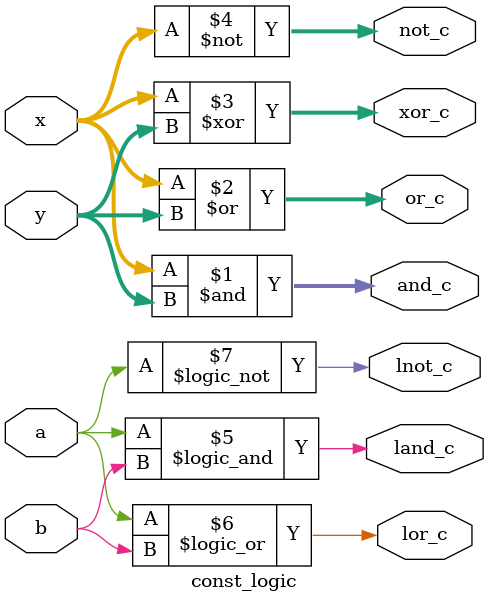
<source format=sv>


module const_logic (
    input  wire [3:0] x,
    input  wire [3:0] y,
    input  wire       a,
    input  wire       b,
    output wire [3:0] and_c,
    output wire [3:0] or_c,
    output wire [3:0] xor_c,
    output wire [3:0] not_c,   // NOT of x
    output wire       land_c,  // a && b
    output wire       lor_c,   // a || b
    output wire       lnot_c   // !a
);
    assign and_c  = x & y;
    assign or_c   = x | y;
    assign xor_c  = x ^ y;
    assign not_c  = ~x;
    assign land_c = a && b;
    assign lor_c  = a || b;
    assign lnot_c = !a;
endmodule

</source>
